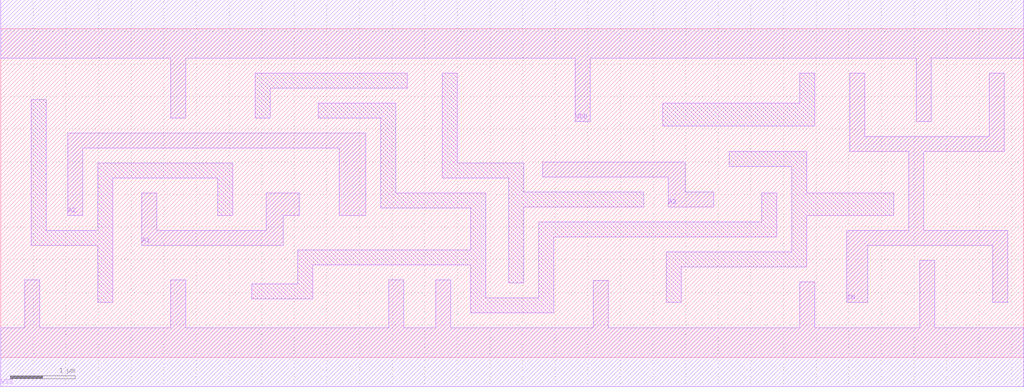
<source format=lef>
# Copyright 2022 GlobalFoundries PDK Authors
#
# Licensed under the Apache License, Version 2.0 (the "License");
# you may not use this file except in compliance with the License.
# You may obtain a copy of the License at
#
#      http://www.apache.org/licenses/LICENSE-2.0
#
# Unless required by applicable law or agreed to in writing, software
# distributed under the License is distributed on an "AS IS" BASIS,
# WITHOUT WARRANTIES OR CONDITIONS OF ANY KIND, either express or implied.
# See the License for the specific language governing permissions and
# limitations under the License.

MACRO gf180mcu_fd_sc_mcu9t5v0__xnor3_2
  CLASS core ;
  FOREIGN gf180mcu_fd_sc_mcu9t5v0__xnor3_2 0.0 0.0 ;
  ORIGIN 0 0 ;
  SYMMETRY X Y ;
  SITE GF018hv5v_green_sc9 ;
  SIZE 15.68 BY 5.04 ;
  PIN A1
    DIRECTION INPUT ;
    ANTENNAGATEAREA 1.317 ;
    PORT
      LAYER Metal1 ;
        POLYGON 2.165 1.72 4.33 1.72 4.33 2.18 4.575 2.18 4.575 2.52 4.07 2.52 4.07 1.95 2.395 1.95 2.395 2.52 2.165 2.52  ;
    END
  END A1
  PIN A2
    DIRECTION INPUT ;
    ANTENNAGATEAREA 1.317 ;
    PORT
      LAYER Metal1 ;
        POLYGON 1.025 2.18 1.255 2.18 1.255 3.21 3.555 3.21 5.19 3.21 5.19 2.18 5.595 2.18 5.595 3.44 3.555 3.44 1.025 3.44  ;
    END
  END A2
  PIN A3
    DIRECTION INPUT ;
    ANTENNAGATEAREA 2.5605 ;
    PORT
      LAYER Metal1 ;
        POLYGON 8.31 2.77 9.86 2.77 10.23 2.77 10.23 2.31 10.93 2.31 10.93 2.54 10.49 2.54 10.49 3 9.86 3 8.31 3  ;
    END
  END A3
  PIN ZN
    DIRECTION OUTPUT ;
    ANTENNADIFFAREA 2.772 ;
    PORT
      LAYER Metal1 ;
        POLYGON 13.015 3.155 13.685 3.155 13.915 3.155 13.915 1.945 12.965 1.945 12.965 0.845 13.29 0.845 13.29 1.715 15.205 1.715 15.205 0.845 15.435 0.845 15.435 1.945 14.145 1.945 14.145 3.155 15.385 3.155 15.385 4.36 15.155 4.36 15.155 3.385 13.685 3.385 13.245 3.385 13.245 4.36 13.015 4.36  ;
    END
  END ZN
  PIN VDD
    DIRECTION INOUT ;
    USE power ;
    SHAPE ABUTMENT ;
    PORT
      LAYER Metal1 ;
        POLYGON 0 4.59 2.605 4.59 2.605 3.67 2.835 3.67 2.835 4.59 3.555 4.59 6.23 4.59 8.805 4.59 8.805 3.615 9.035 3.615 9.035 4.59 9.86 4.59 12.475 4.59 13.685 4.59 14.035 4.59 14.035 3.615 14.265 3.615 14.265 4.59 15.68 4.59 15.68 5.49 13.685 5.49 12.475 5.49 9.86 5.49 6.23 5.49 3.555 5.49 0 5.49  ;
    END
  END VDD
  PIN VSS
    DIRECTION INOUT ;
    USE ground ;
    SHAPE ABUTMENT ;
    PORT
      LAYER Metal1 ;
        POLYGON 0 -0.45 15.68 -0.45 15.68 0.45 14.315 0.45 14.315 1.485 14.085 1.485 14.085 0.45 12.475 0.45 12.475 1.16 12.245 1.16 12.245 0.45 9.315 0.45 9.315 1.18 9.085 1.18 9.085 0.45 6.895 0.45 6.895 1.185 6.665 1.185 6.665 0.45 6.175 0.45 6.175 1.185 5.945 1.185 5.945 0.45 2.835 0.45 2.835 1.185 2.605 1.185 2.605 0.45 0.595 0.45 0.595 1.185 0.365 1.185 0.365 0.45 0 0.45  ;
    END
  END VSS
  OBS
      LAYER Metal1 ;
        POLYGON 0.465 1.72 1.485 1.72 1.485 0.845 1.715 0.845 1.715 2.75 3.325 2.75 3.325 2.18 3.555 2.18 3.555 2.98 1.485 2.98 1.485 1.95 0.695 1.95 0.695 3.955 0.465 3.955  ;
        POLYGON 3.905 3.67 4.135 3.67 4.135 4.13 6.23 4.13 6.23 4.36 3.905 4.36  ;
        POLYGON 6.765 2.75 7.785 2.75 7.785 1.145 8.015 1.145 8.015 2.31 9.86 2.31 9.86 2.54 8.015 2.54 8.015 2.98 6.995 2.98 6.995 4.36 6.765 4.36  ;
        POLYGON 4.87 3.67 5.825 3.67 5.825 2.29 7.205 2.29 7.205 1.645 4.55 1.645 4.55 1.13 3.85 1.13 3.85 0.9 4.78 0.9 4.78 1.415 7.205 1.415 7.205 0.685 8.475 0.685 8.475 1.85 11.895 1.85 11.895 2.52 11.665 2.52 11.665 2.08 8.245 2.08 8.245 0.915 7.435 0.915 7.435 2.52 6.055 2.52 6.055 3.9 4.87 3.9  ;
        POLYGON 10.15 3.55 12.475 3.55 12.475 4.36 12.245 4.36 12.245 3.9 10.15 3.9  ;
        POLYGON 11.17 2.93 12.125 2.93 12.125 1.62 10.205 1.62 10.205 0.845 10.435 0.845 10.435 1.39 12.355 1.39 12.355 2.18 13.685 2.18 13.685 2.52 12.355 2.52 12.355 3.16 11.17 3.16  ;
  END
END gf180mcu_fd_sc_mcu9t5v0__xnor3_2

</source>
